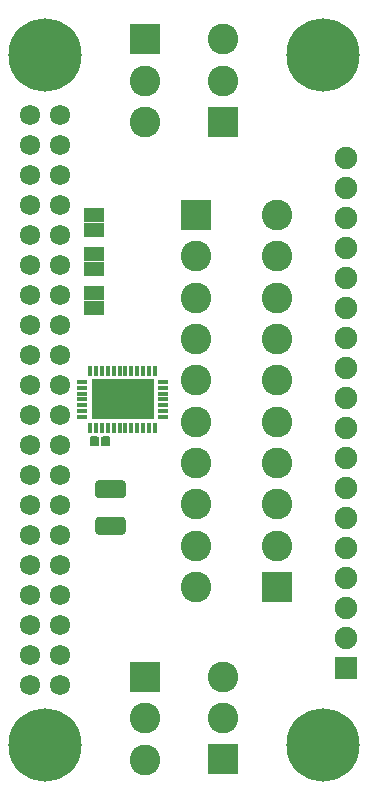
<source format=gbs>
G04 #@! TF.GenerationSoftware,KiCad,Pcbnew,(5.0.0)*
G04 #@! TF.CreationDate,2018-10-31T11:27:42+00:00*
G04 #@! TF.ProjectId,rpi0_HAT,727069305F4841542E6B696361645F70,rev?*
G04 #@! TF.SameCoordinates,Original*
G04 #@! TF.FileFunction,Soldermask,Bot*
G04 #@! TF.FilePolarity,Negative*
%FSLAX46Y46*%
G04 Gerber Fmt 4.6, Leading zero omitted, Abs format (unit mm)*
G04 Created by KiCad (PCBNEW (5.0.0)) date 10/31/18 11:27:42*
%MOMM*%
%LPD*%
G01*
G04 APERTURE LIST*
%ADD10R,0.450000X0.900000*%
%ADD11R,0.900000X0.450000*%
%ADD12R,5.350000X3.350000*%
%ADD13R,1.700000X1.200000*%
%ADD14C,0.100000*%
%ADD15C,1.525000*%
%ADD16C,2.600000*%
%ADD17R,2.600000X2.600000*%
%ADD18C,6.200000*%
%ADD19C,1.724000*%
%ADD20C,0.790000*%
%ADD21R,1.900000X1.900000*%
%ADD22O,1.900000X1.900000*%
G04 APERTURE END LIST*
D10*
G04 #@! TO.C,U2*
X128949000Y-112535000D03*
X129449000Y-112535000D03*
X129949000Y-112535000D03*
X130449000Y-112535000D03*
X130949000Y-112535000D03*
X131449000Y-112535000D03*
X131949000Y-112535000D03*
X132449000Y-112535000D03*
X132949000Y-112535000D03*
X133449000Y-112535000D03*
X133949000Y-112535000D03*
X134449000Y-112535000D03*
D11*
X135099000Y-113435000D03*
X135099000Y-113935000D03*
X135099000Y-114435000D03*
X135099000Y-114935000D03*
X135099000Y-115435000D03*
X135099000Y-115935000D03*
X135099000Y-116435000D03*
D10*
X134449000Y-117335000D03*
X133949000Y-117335000D03*
X133449000Y-117335000D03*
X132949000Y-117335000D03*
X132449000Y-117335000D03*
X131949000Y-117335000D03*
X131449000Y-117335000D03*
X130949000Y-117335000D03*
X130449000Y-117335000D03*
X129949000Y-117335000D03*
X129449000Y-117335000D03*
X128949000Y-117335000D03*
D11*
X128299000Y-116435000D03*
X128299000Y-115935000D03*
X128299000Y-115435000D03*
X128299000Y-114935000D03*
X128299000Y-114435000D03*
X128299000Y-113935000D03*
X128299000Y-113435000D03*
D12*
X131699000Y-114935000D03*
G04 #@! TD*
D13*
G04 #@! TO.C,JP3*
X129286000Y-100614000D03*
X129286000Y-99314000D03*
G04 #@! TD*
D14*
G04 #@! TO.C,C2*
G36*
X131698468Y-124855386D02*
X131726399Y-124859529D01*
X131753790Y-124866390D01*
X131780376Y-124875903D01*
X131805902Y-124887975D01*
X131830122Y-124902492D01*
X131852802Y-124919313D01*
X131873724Y-124938276D01*
X131892687Y-124959198D01*
X131909508Y-124981878D01*
X131924025Y-125006098D01*
X131936097Y-125031624D01*
X131945610Y-125058210D01*
X131952471Y-125085601D01*
X131956614Y-125113532D01*
X131958000Y-125141735D01*
X131958000Y-126091265D01*
X131956614Y-126119468D01*
X131952471Y-126147399D01*
X131945610Y-126174790D01*
X131936097Y-126201376D01*
X131924025Y-126226902D01*
X131909508Y-126251122D01*
X131892687Y-126273802D01*
X131873724Y-126294724D01*
X131852802Y-126313687D01*
X131830122Y-126330508D01*
X131805902Y-126345025D01*
X131780376Y-126357097D01*
X131753790Y-126366610D01*
X131726399Y-126373471D01*
X131698468Y-126377614D01*
X131670265Y-126379000D01*
X129695735Y-126379000D01*
X129667532Y-126377614D01*
X129639601Y-126373471D01*
X129612210Y-126366610D01*
X129585624Y-126357097D01*
X129560098Y-126345025D01*
X129535878Y-126330508D01*
X129513198Y-126313687D01*
X129492276Y-126294724D01*
X129473313Y-126273802D01*
X129456492Y-126251122D01*
X129441975Y-126226902D01*
X129429903Y-126201376D01*
X129420390Y-126174790D01*
X129413529Y-126147399D01*
X129409386Y-126119468D01*
X129408000Y-126091265D01*
X129408000Y-125141735D01*
X129409386Y-125113532D01*
X129413529Y-125085601D01*
X129420390Y-125058210D01*
X129429903Y-125031624D01*
X129441975Y-125006098D01*
X129456492Y-124981878D01*
X129473313Y-124959198D01*
X129492276Y-124938276D01*
X129513198Y-124919313D01*
X129535878Y-124902492D01*
X129560098Y-124887975D01*
X129585624Y-124875903D01*
X129612210Y-124866390D01*
X129639601Y-124859529D01*
X129667532Y-124855386D01*
X129695735Y-124854000D01*
X131670265Y-124854000D01*
X131698468Y-124855386D01*
X131698468Y-124855386D01*
G37*
D15*
X130683000Y-125616500D03*
D14*
G36*
X131698468Y-121780386D02*
X131726399Y-121784529D01*
X131753790Y-121791390D01*
X131780376Y-121800903D01*
X131805902Y-121812975D01*
X131830122Y-121827492D01*
X131852802Y-121844313D01*
X131873724Y-121863276D01*
X131892687Y-121884198D01*
X131909508Y-121906878D01*
X131924025Y-121931098D01*
X131936097Y-121956624D01*
X131945610Y-121983210D01*
X131952471Y-122010601D01*
X131956614Y-122038532D01*
X131958000Y-122066735D01*
X131958000Y-123016265D01*
X131956614Y-123044468D01*
X131952471Y-123072399D01*
X131945610Y-123099790D01*
X131936097Y-123126376D01*
X131924025Y-123151902D01*
X131909508Y-123176122D01*
X131892687Y-123198802D01*
X131873724Y-123219724D01*
X131852802Y-123238687D01*
X131830122Y-123255508D01*
X131805902Y-123270025D01*
X131780376Y-123282097D01*
X131753790Y-123291610D01*
X131726399Y-123298471D01*
X131698468Y-123302614D01*
X131670265Y-123304000D01*
X129695735Y-123304000D01*
X129667532Y-123302614D01*
X129639601Y-123298471D01*
X129612210Y-123291610D01*
X129585624Y-123282097D01*
X129560098Y-123270025D01*
X129535878Y-123255508D01*
X129513198Y-123238687D01*
X129492276Y-123219724D01*
X129473313Y-123198802D01*
X129456492Y-123176122D01*
X129441975Y-123151902D01*
X129429903Y-123126376D01*
X129420390Y-123099790D01*
X129413529Y-123072399D01*
X129409386Y-123044468D01*
X129408000Y-123016265D01*
X129408000Y-122066735D01*
X129409386Y-122038532D01*
X129413529Y-122010601D01*
X129420390Y-121983210D01*
X129429903Y-121956624D01*
X129441975Y-121931098D01*
X129456492Y-121906878D01*
X129473313Y-121884198D01*
X129492276Y-121863276D01*
X129513198Y-121844313D01*
X129535878Y-121827492D01*
X129560098Y-121812975D01*
X129585624Y-121800903D01*
X129612210Y-121791390D01*
X129639601Y-121784529D01*
X129667532Y-121780386D01*
X129695735Y-121779000D01*
X131670265Y-121779000D01*
X131698468Y-121780386D01*
X131698468Y-121780386D01*
G37*
D15*
X130683000Y-122541500D03*
G04 #@! TD*
D16*
G04 #@! TO.C,J3*
X140208000Y-138415000D03*
X140208000Y-141915000D03*
D17*
X140208000Y-145415000D03*
G04 #@! TD*
G04 #@! TO.C,J4*
X133604000Y-138430000D03*
D16*
X133604000Y-141930000D03*
X133604000Y-145430000D03*
G04 #@! TD*
D17*
G04 #@! TO.C,J1*
X140208000Y-91440000D03*
D16*
X140208000Y-87940000D03*
X140208000Y-84440000D03*
G04 #@! TD*
D17*
G04 #@! TO.C,J2*
X144780000Y-130810000D03*
D16*
X144780000Y-127310000D03*
X144780000Y-123810000D03*
X144780000Y-120310000D03*
X144780000Y-116810000D03*
X144780000Y-113310000D03*
X144780000Y-109810000D03*
X144780000Y-106310000D03*
X144780000Y-102810000D03*
X144780000Y-99310000D03*
G04 #@! TD*
D18*
G04 #@! TO.C,U1*
X148665001Y-85800001D03*
X148665001Y-144220001D03*
X125170001Y-85800001D03*
X125170001Y-144220001D03*
D19*
X123900001Y-90880001D03*
X126440001Y-90880001D03*
X123900001Y-93420001D03*
X126440001Y-93420001D03*
X123900001Y-95960001D03*
X126440001Y-95960001D03*
X123900001Y-98500001D03*
X126440001Y-98500001D03*
X123900001Y-101040001D03*
X126440001Y-101040001D03*
X123900001Y-103580001D03*
X126440001Y-103580001D03*
X123900001Y-106120001D03*
X126440001Y-106120001D03*
X123900001Y-108660001D03*
X126440001Y-108660001D03*
X123900001Y-111200001D03*
X126440001Y-111200001D03*
X123900001Y-113740001D03*
X126440001Y-113740001D03*
X123900001Y-116280001D03*
X126440001Y-116280001D03*
X123900001Y-118820001D03*
X126440001Y-118820001D03*
X123900001Y-121360001D03*
X126440001Y-121360001D03*
X123900001Y-123900001D03*
X126440001Y-123900001D03*
X123900001Y-126440001D03*
X126440001Y-126440001D03*
X123900001Y-128980001D03*
X126440001Y-128980001D03*
X123900001Y-131520001D03*
X126440001Y-131520001D03*
X123900001Y-134060001D03*
X126440001Y-134060001D03*
X123900001Y-136600001D03*
X126440001Y-136600001D03*
X123900001Y-139140001D03*
X126440001Y-139140001D03*
G04 #@! TD*
D14*
G04 #@! TO.C,C1*
G36*
X130495858Y-118071951D02*
X130515030Y-118074795D01*
X130533831Y-118079504D01*
X130552080Y-118086034D01*
X130569601Y-118094321D01*
X130586225Y-118104285D01*
X130601793Y-118115830D01*
X130616154Y-118128846D01*
X130629170Y-118143207D01*
X130640715Y-118158775D01*
X130650679Y-118175399D01*
X130658966Y-118192920D01*
X130665496Y-118211169D01*
X130670205Y-118229970D01*
X130673049Y-118249142D01*
X130674000Y-118268500D01*
X130674000Y-118713500D01*
X130673049Y-118732858D01*
X130670205Y-118752030D01*
X130665496Y-118770831D01*
X130658966Y-118789080D01*
X130650679Y-118806601D01*
X130640715Y-118823225D01*
X130629170Y-118838793D01*
X130616154Y-118853154D01*
X130601793Y-118866170D01*
X130586225Y-118877715D01*
X130569601Y-118887679D01*
X130552080Y-118895966D01*
X130533831Y-118902496D01*
X130515030Y-118907205D01*
X130495858Y-118910049D01*
X130476500Y-118911000D01*
X130081500Y-118911000D01*
X130062142Y-118910049D01*
X130042970Y-118907205D01*
X130024169Y-118902496D01*
X130005920Y-118895966D01*
X129988399Y-118887679D01*
X129971775Y-118877715D01*
X129956207Y-118866170D01*
X129941846Y-118853154D01*
X129928830Y-118838793D01*
X129917285Y-118823225D01*
X129907321Y-118806601D01*
X129899034Y-118789080D01*
X129892504Y-118770831D01*
X129887795Y-118752030D01*
X129884951Y-118732858D01*
X129884000Y-118713500D01*
X129884000Y-118268500D01*
X129884951Y-118249142D01*
X129887795Y-118229970D01*
X129892504Y-118211169D01*
X129899034Y-118192920D01*
X129907321Y-118175399D01*
X129917285Y-118158775D01*
X129928830Y-118143207D01*
X129941846Y-118128846D01*
X129956207Y-118115830D01*
X129971775Y-118104285D01*
X129988399Y-118094321D01*
X130005920Y-118086034D01*
X130024169Y-118079504D01*
X130042970Y-118074795D01*
X130062142Y-118071951D01*
X130081500Y-118071000D01*
X130476500Y-118071000D01*
X130495858Y-118071951D01*
X130495858Y-118071951D01*
G37*
D20*
X130279000Y-118491000D03*
D14*
G36*
X129525858Y-118071951D02*
X129545030Y-118074795D01*
X129563831Y-118079504D01*
X129582080Y-118086034D01*
X129599601Y-118094321D01*
X129616225Y-118104285D01*
X129631793Y-118115830D01*
X129646154Y-118128846D01*
X129659170Y-118143207D01*
X129670715Y-118158775D01*
X129680679Y-118175399D01*
X129688966Y-118192920D01*
X129695496Y-118211169D01*
X129700205Y-118229970D01*
X129703049Y-118249142D01*
X129704000Y-118268500D01*
X129704000Y-118713500D01*
X129703049Y-118732858D01*
X129700205Y-118752030D01*
X129695496Y-118770831D01*
X129688966Y-118789080D01*
X129680679Y-118806601D01*
X129670715Y-118823225D01*
X129659170Y-118838793D01*
X129646154Y-118853154D01*
X129631793Y-118866170D01*
X129616225Y-118877715D01*
X129599601Y-118887679D01*
X129582080Y-118895966D01*
X129563831Y-118902496D01*
X129545030Y-118907205D01*
X129525858Y-118910049D01*
X129506500Y-118911000D01*
X129111500Y-118911000D01*
X129092142Y-118910049D01*
X129072970Y-118907205D01*
X129054169Y-118902496D01*
X129035920Y-118895966D01*
X129018399Y-118887679D01*
X129001775Y-118877715D01*
X128986207Y-118866170D01*
X128971846Y-118853154D01*
X128958830Y-118838793D01*
X128947285Y-118823225D01*
X128937321Y-118806601D01*
X128929034Y-118789080D01*
X128922504Y-118770831D01*
X128917795Y-118752030D01*
X128914951Y-118732858D01*
X128914000Y-118713500D01*
X128914000Y-118268500D01*
X128914951Y-118249142D01*
X128917795Y-118229970D01*
X128922504Y-118211169D01*
X128929034Y-118192920D01*
X128937321Y-118175399D01*
X128947285Y-118158775D01*
X128958830Y-118143207D01*
X128971846Y-118128846D01*
X128986207Y-118115830D01*
X129001775Y-118104285D01*
X129018399Y-118094321D01*
X129035920Y-118086034D01*
X129054169Y-118079504D01*
X129072970Y-118074795D01*
X129092142Y-118071951D01*
X129111500Y-118071000D01*
X129506500Y-118071000D01*
X129525858Y-118071951D01*
X129525858Y-118071951D01*
G37*
D20*
X129309000Y-118491000D03*
G04 #@! TD*
D17*
G04 #@! TO.C,J5*
X137922000Y-99314000D03*
D16*
X137922000Y-102814000D03*
X137922000Y-106314000D03*
X137922000Y-109814000D03*
X137922000Y-113314000D03*
X137922000Y-116814000D03*
X137922000Y-120314000D03*
X137922000Y-123814000D03*
X137922000Y-127314000D03*
X137922000Y-130814000D03*
G04 #@! TD*
G04 #@! TO.C,J6*
X133604000Y-91455000D03*
X133604000Y-87955000D03*
D17*
X133604000Y-84455000D03*
G04 #@! TD*
D21*
G04 #@! TO.C,J7*
X150622000Y-137668000D03*
D22*
X150622000Y-135128000D03*
X150622000Y-132588000D03*
X150622000Y-130048000D03*
X150622000Y-127508000D03*
X150622000Y-124968000D03*
X150622000Y-122428000D03*
X150622000Y-119888000D03*
X150622000Y-117348000D03*
X150622000Y-114808000D03*
X150622000Y-112268000D03*
X150622000Y-109728000D03*
X150622000Y-107188000D03*
X150622000Y-104648000D03*
X150622000Y-102108000D03*
X150622000Y-99568000D03*
X150622000Y-97028000D03*
X150622000Y-94488000D03*
G04 #@! TD*
D13*
G04 #@! TO.C,JP1*
X129286000Y-107218000D03*
X129286000Y-105918000D03*
G04 #@! TD*
G04 #@! TO.C,JP2*
X129286000Y-102586000D03*
X129286000Y-103886000D03*
G04 #@! TD*
M02*

</source>
